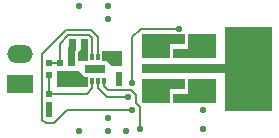
<source format=gbr>
%TF.GenerationSoftware,Altium Limited,Altium Designer,23.5.1 (21)*%
G04 Layer_Physical_Order=4*
G04 Layer_Color=10517442*
%FSLAX45Y45*%
%MOMM*%
%TF.SameCoordinates,DD9E7470-14DF-4C20-BCD2-90D554482088*%
%TF.FilePolarity,Positive*%
%TF.FileFunction,Copper,L4,Bot,Signal*%
%TF.Part,Single*%
G01*
G75*
%TA.AperFunction,SMDPad,CuDef*%
%ADD15R,0.55000X0.60000*%
%ADD16R,0.60000X0.60000*%
%ADD17R,0.60000X0.60000*%
%TA.AperFunction,ConnectorPad*%
%ADD19R,4.00000X1.50000*%
%TA.AperFunction,Conductor*%
%ADD22C,0.20000*%
%TA.AperFunction,ComponentPad*%
%ADD27R,2.20000X1.50000*%
%ADD28O,2.20000X1.50000*%
%TA.AperFunction,ViaPad*%
%ADD29C,0.56000*%
%TA.AperFunction,SMDPad,CuDef*%
%ADD30R,0.30000X0.60000*%
%ADD31R,1.70000X0.80000*%
%ADD32R,2.40000X0.76000*%
%TA.AperFunction,Conductor*%
%ADD33R,0.60000X1.30003*%
G36*
X-60000Y250007D02*
Y70000D01*
X-150000D01*
Y140000D01*
X-120003Y169997D01*
Y250009D01*
X-60003D01*
X-60000Y250007D01*
D02*
G37*
G36*
X229991Y19997D02*
X140003D01*
X90000Y70000D01*
X60000D01*
Y150000D01*
X229991D01*
Y19997D01*
D02*
G37*
G36*
X-160010Y160010D02*
X-160000Y160000D01*
X-170009Y149991D01*
Y19997D01*
X-230009D01*
Y180010D01*
X-220009Y190010D01*
Y250009D01*
X-160010D01*
Y160010D01*
D02*
G37*
G36*
X-327490Y-20010D02*
X-139991D01*
X-90000Y-70000D01*
X-60000D01*
Y-150000D01*
X-327500D01*
Y-20000D01*
X-327490Y-20010D01*
D02*
G37*
G36*
X1025000Y89000D02*
X659999D01*
Y170000D01*
X785000D01*
Y292000D01*
X1025000D01*
Y89000D01*
D02*
G37*
G36*
X760000Y211000D02*
X635000D01*
Y89000D01*
X395000D01*
Y292000D01*
X760000D01*
Y211000D01*
D02*
G37*
G36*
X1025000Y-292000D02*
X659999D01*
Y-211000D01*
X785000D01*
Y-89000D01*
X1025000D01*
Y-292000D01*
D02*
G37*
G36*
X760000Y-170000D02*
X635000D01*
Y-292000D01*
X395000D01*
Y-89000D01*
X760000D01*
Y-170000D01*
D02*
G37*
G36*
X1500000Y-354500D02*
X1100000D01*
Y-38000D01*
X395000D01*
Y38000D01*
X1100000D01*
Y354500D01*
X1500000D01*
Y-354500D01*
D02*
G37*
D15*
X-390000Y-310000D02*
D03*
Y-210000D02*
D03*
Y-50000D02*
D03*
Y50000D02*
D03*
X-300000D02*
D03*
Y-50000D02*
D03*
D16*
X-190010Y220009D02*
D03*
X-90003D02*
D03*
D17*
X199991Y-50010D02*
D03*
Y49997D02*
D03*
X-200009Y-50010D02*
D03*
Y49997D02*
D03*
D19*
X1300000Y279500D02*
D03*
Y-279500D02*
D03*
D22*
X310000Y-120000D02*
Y265687D01*
X384313Y340000D02*
X710000D01*
X310000Y265687D02*
X384313Y340000D01*
X-450000Y-430000D02*
Y129244D01*
X-249244Y330000D02*
X-35668D01*
X-450000Y129244D02*
X-249244Y330000D01*
X-300000Y128941D02*
Y213928D01*
X-227716Y286213D02*
X-54297D01*
X-300000Y213928D02*
X-227716Y286213D01*
X-390000Y-210000D02*
X-70000D01*
X-25000Y-165000D02*
Y-100000D01*
X-70000Y-210000D02*
X-25000Y-165000D01*
X346746Y-290967D02*
X380000Y-324221D01*
X305652Y-181256D02*
X346746Y-222350D01*
Y-290967D02*
Y-222350D01*
X25000Y100000D02*
Y269332D01*
X-35668Y330000D02*
X25000Y269332D01*
X-25000Y100000D02*
Y256916D01*
X-54297Y286213D02*
X-25000Y256916D01*
X380000Y-374953D02*
Y-324221D01*
X-240000Y-350000D02*
X310000D01*
X380000Y-510000D02*
Y-374953D01*
X-420000Y-460000D02*
X-350000D01*
X-240000Y-350000D01*
X-450000Y-430000D02*
X-420000Y-460000D01*
X98684Y-240000D02*
X280000D01*
X25000Y-166316D02*
Y-100000D01*
Y-166316D02*
X98684Y-240000D01*
X111332Y-181256D02*
X305652D01*
X75000Y-144925D02*
Y-100000D01*
Y-144925D02*
X111332Y-181256D01*
X-390000Y-210000D02*
Y-50000D01*
Y50000D02*
X-300000D01*
Y128941D01*
D27*
X-640000Y-127000D02*
D03*
D28*
Y127000D02*
D03*
D29*
X-120000Y120000D02*
D03*
X710000Y340000D02*
D03*
X-133488Y530019D02*
D03*
X1200000Y-150000D02*
D03*
X1300000D02*
D03*
X1400000D02*
D03*
Y150000D02*
D03*
X1300000D02*
D03*
X1200000D02*
D03*
X709999Y-254000D02*
D03*
X710000Y-127000D02*
D03*
X710000Y254000D02*
D03*
X710000Y127000D02*
D03*
X310000Y-350000D02*
D03*
X380000Y-510000D02*
D03*
X280000Y-240000D02*
D03*
X310000Y-120000D02*
D03*
X-390009Y-379990D02*
D03*
X200000Y-120000D02*
D03*
X909991Y-349990D02*
D03*
Y-509991D02*
D03*
X106500Y530019D02*
D03*
Y420019D02*
D03*
X106488Y-420000D02*
D03*
X-133500Y-530000D02*
D03*
X-299991Y-119990D02*
D03*
X-200000Y-120000D02*
D03*
X-200019Y119988D02*
D03*
X199981D02*
D03*
X260000Y-530000D02*
D03*
X106488Y-530000D02*
D03*
D30*
X25000Y100000D02*
D03*
X-75000D02*
D03*
X-25000D02*
D03*
X75000D02*
D03*
X-75000Y-100000D02*
D03*
X-25000D02*
D03*
X25000D02*
D03*
X75000D02*
D03*
D31*
X0Y0D02*
D03*
D32*
X905000Y254000D02*
D03*
Y127000D02*
D03*
Y0D02*
D03*
Y-127000D02*
D03*
Y-254000D02*
D03*
X515000D02*
D03*
Y-127000D02*
D03*
Y0D02*
D03*
Y127000D02*
D03*
Y254000D02*
D03*
D33*
X-390009Y-345001D02*
D03*
X199991Y-85011D02*
D03*
%TF.MD5,047d618caf4103067a7b2948a6290634*%
M02*

</source>
